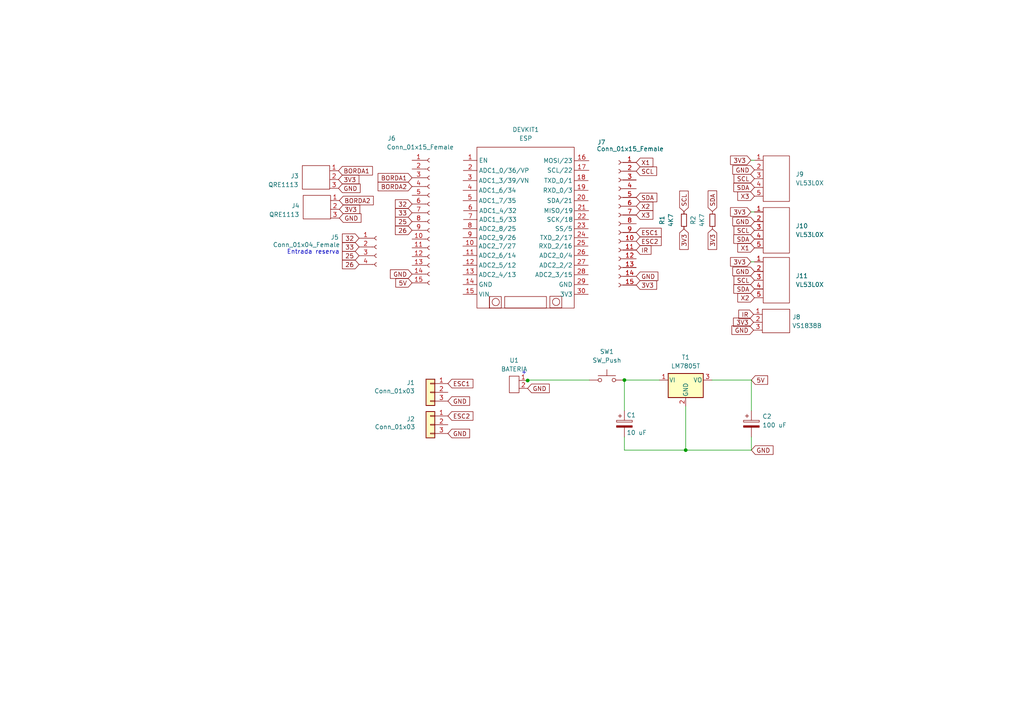
<source format=kicad_sch>
(kicad_sch (version 20211123) (generator eeschema)
  (paper "A4")
  (lib_symbols
    (symbol "BATERIA_1"
      (property "Reference" "U" (at -3.7084 4.4704 0))
      (property "Value" "BATERIA_1" (at -3.8608 2.6924 0))
      (symbol "BATERIA_1_0_1"
        (rectangle (start -5.3086 1.524) (end -2.4892 -3.302))
      )
      (symbol "BATERIA_1_1_1"
        (pin output line (at 0 0.254 180) (length 2.5) (name "") (number "1"))
        (pin output line (at 0 -2.032 180) (length 2.5) (name "") (number "2"))
      )
    )
    (symbol "Connector:Conn_01x04_Female" (pin_names (offset 1.016) hide)
      (property "Reference" "J" (at 0 5.08 0))
      (property "Value" "Conn_01x04_Female" (at 0 -7.62 0))
      (symbol "Conn_01x04_Female_1_1"
        (arc (start 0 -4.572) (mid -0.508 -5.08) (end 0 -5.588) (stroke (width 0.1524)))
        (arc (start 0 -2.032) (mid -0.508 -2.54) (end 0 -3.048) (stroke (width 0.1524)))
        (polyline (pts (xy -1.27 -5.08) (xy -0.508 -5.08)) (stroke (width 0.1524)))
        (polyline (pts (xy -1.27 -2.54) (xy -0.508 -2.54)) (stroke (width 0.1524)))
        (polyline (pts (xy -1.27 0) (xy -0.508 0)) (stroke (width 0.1524)))
        (polyline (pts (xy -1.27 2.54) (xy -0.508 2.54)) (stroke (width 0.1524)))
        (arc (start 0 0.508) (mid -0.508 0) (end 0 -0.508) (stroke (width 0.1524)))
        (arc (start 0 3.048) (mid -0.508 2.54) (end 0 2.032) (stroke (width 0.1524)))
        (pin passive line (at -5.08 2.54 0) (length 3.81) (name "Pin_1") (number "1"))
        (pin passive line (at -5.08 0 0) (length 3.81) (name "Pin_2") (number "2"))
        (pin passive line (at -5.08 -2.54 0) (length 3.81) (name "Pin_3") (number "3"))
        (pin passive line (at -5.08 -5.08 0) (length 3.81) (name "Pin_4") (number "4"))
      )
    )
    (symbol "Connector:Conn_01x15_Female" (pin_names (offset 1.016) hide)
      (property "Reference" "J" (at 0 20.32 0))
      (property "Value" "Conn_01x15_Female" (at 0 -20.32 0))
      (symbol "Conn_01x15_Female_1_1"
        (arc (start 0 -17.272) (mid -0.508 -17.78) (end 0 -18.288) (stroke (width 0.1524)))
        (arc (start 0 -14.732) (mid -0.508 -15.24) (end 0 -15.748) (stroke (width 0.1524)))
        (arc (start 0 -12.192) (mid -0.508 -12.7) (end 0 -13.208) (stroke (width 0.1524)))
        (arc (start 0 -9.652) (mid -0.508 -10.16) (end 0 -10.668) (stroke (width 0.1524)))
        (arc (start 0 -7.112) (mid -0.508 -7.62) (end 0 -8.128) (stroke (width 0.1524)))
        (arc (start 0 -4.572) (mid -0.508 -5.08) (end 0 -5.588) (stroke (width 0.1524)))
        (arc (start 0 -2.032) (mid -0.508 -2.54) (end 0 -3.048) (stroke (width 0.1524)))
        (polyline (pts (xy -1.27 -17.78) (xy -0.508 -17.78)) (stroke (width 0.1524)))
        (polyline (pts (xy -1.27 -15.24) (xy -0.508 -15.24)) (stroke (width 0.1524)))
        (polyline (pts (xy -1.27 -12.7) (xy -0.508 -12.7)) (stroke (width 0.1524)))
        (polyline (pts (xy -1.27 -10.16) (xy -0.508 -10.16)) (stroke (width 0.1524)))
        (polyline (pts (xy -1.27 -7.62) (xy -0.508 -7.62)) (stroke (width 0.1524)))
        (polyline (pts (xy -1.27 -5.08) (xy -0.508 -5.08)) (stroke (width 0.1524)))
        (polyline (pts (xy -1.27 -2.54) (xy -0.508 -2.54)) (stroke (width 0.1524)))
        (polyline (pts (xy -1.27 0) (xy -0.508 0)) (stroke (width 0.1524)))
        (polyline (pts (xy -1.27 2.54) (xy -0.508 2.54)) (stroke (width 0.1524)))
        (polyline (pts (xy -1.27 5.08) (xy -0.508 5.08)) (stroke (width 0.1524)))
        (polyline (pts (xy -1.27 7.62) (xy -0.508 7.62)) (stroke (width 0.1524)))
        (polyline (pts (xy -1.27 10.16) (xy -0.508 10.16)) (stroke (width 0.1524)))
        (polyline (pts (xy -1.27 12.7) (xy -0.508 12.7)) (stroke (width 0.1524)))
        (polyline (pts (xy -1.27 15.24) (xy -0.508 15.24)) (stroke (width 0.1524)))
        (polyline (pts (xy -1.27 17.78) (xy -0.508 17.78)) (stroke (width 0.1524)))
        (arc (start 0 0.508) (mid -0.508 0) (end 0 -0.508) (stroke (width 0.1524)))
        (arc (start 0 3.048) (mid -0.508 2.54) (end 0 2.032) (stroke (width 0.1524)))
        (arc (start 0 5.588) (mid -0.508 5.08) (end 0 4.572) (stroke (width 0.1524)))
        (arc (start 0 8.128) (mid -0.508 7.62) (end 0 7.112) (stroke (width 0.1524)))
        (arc (start 0 10.668) (mid -0.508 10.16) (end 0 9.652) (stroke (width 0.1524)))
        (arc (start 0 13.208) (mid -0.508 12.7) (end 0 12.192) (stroke (width 0.1524)))
        (arc (start 0 15.748) (mid -0.508 15.24) (end 0 14.732) (stroke (width 0.1524)))
        (arc (start 0 18.288) (mid -0.508 17.78) (end 0 17.272) (stroke (width 0.1524)))
        (pin passive line (at -5.08 17.78 0) (length 3.81) (name "Pin_1") (number "1"))
        (pin passive line (at -5.08 -5.08 0) (length 3.81) (name "Pin_10") (number "10"))
        (pin passive line (at -5.08 -7.62 0) (length 3.81) (name "Pin_11") (number "11"))
        (pin passive line (at -5.08 -10.16 0) (length 3.81) (name "Pin_12") (number "12"))
        (pin passive line (at -5.08 -12.7 0) (length 3.81) (name "Pin_13") (number "13"))
        (pin passive line (at -5.08 -15.24 0) (length 3.81) (name "Pin_14") (number "14"))
        (pin passive line (at -5.08 -17.78 0) (length 3.81) (name "Pin_15") (number "15"))
        (pin passive line (at -5.08 15.24 0) (length 3.81) (name "Pin_2") (number "2"))
        (pin passive line (at -5.08 12.7 0) (length 3.81) (name "Pin_3") (number "3"))
        (pin passive line (at -5.08 10.16 0) (length 3.81) (name "Pin_4") (number "4"))
        (pin passive line (at -5.08 7.62 0) (length 3.81) (name "Pin_5") (number "5"))
        (pin passive line (at -5.08 5.08 0) (length 3.81) (name "Pin_6") (number "6"))
        (pin passive line (at -5.08 2.54 0) (length 3.81) (name "Pin_7") (number "7"))
        (pin passive line (at -5.08 0 0) (length 3.81) (name "Pin_8") (number "8"))
        (pin passive line (at -5.08 -2.54 0) (length 3.81) (name "Pin_9") (number "9"))
      )
    )
    (symbol "Connector_Generic:Conn_01x03" (pin_names (offset 1.016) hide)
      (property "Reference" "J" (at 0 5.08 0))
      (property "Value" "Conn_01x03" (at 0 -5.08 0))
      (symbol "Conn_01x03_1_1"
        (rectangle (start -1.27 -2.413) (end 0 -2.667) (stroke (width 0.1524)))
        (rectangle (start -1.27 0.127) (end 0 -0.127) (stroke (width 0.1524)))
        (rectangle (start -1.27 2.667) (end 0 2.413) (stroke (width 0.1524)))
        (rectangle (start -1.27 3.81) (end 1.27 -3.81) (stroke (width 0.254)) (fill (type background)))
        (pin passive line (at -5.08 2.54 0) (length 3.81) (name "Pin_1") (number "1"))
        (pin passive line (at -5.08 0 0) (length 3.81) (name "Pin_2") (number "2"))
        (pin passive line (at -5.08 -2.54 0) (length 3.81) (name "Pin_3") (number "3"))
      )
    )
    (symbol "Device:C_Polarized" (pin_numbers hide) (pin_names (offset 0.254))
      (property "Reference" "C" (at 0.635 2.54 0))
      (property "Value" "C_Polarized" (at 0.635 -2.54 0))
      (symbol "C_Polarized_0_1"
        (rectangle (start -2.286 0.508) (end 2.286 1.016))
        (polyline (pts (xy -1.778 2.286) (xy -0.762 2.286)))
        (polyline (pts (xy -1.27 2.794) (xy -1.27 1.778)))
        (rectangle (start 2.286 -0.508) (end -2.286 -1.016) (fill (type outline)))
      )
      (symbol "C_Polarized_1_1"
        (pin passive line (at 0 3.81 270) (length 2.794) (name "~") (number "1"))
        (pin passive line (at 0 -3.81 90) (length 2.794) (name "~") (number "2"))
      )
    )
    (symbol "Device:R_Small" (pin_numbers hide) (pin_names (offset 0.254) hide)
      (property "Reference" "R" (at 0.762 0.508 0))
      (property "Value" "R_Small" (at 0.762 -1.016 0))
      (symbol "R_Small_0_1"
        (rectangle (start -0.762 1.778) (end 0.762 -1.778) (stroke (width 0.2032)))
      )
      (symbol "R_Small_1_1"
        (pin passive line (at 0 2.54 270) (length 0.762) (name "~") (number "1"))
        (pin passive line (at 0 -2.54 90) (length 0.762) (name "~") (number "2"))
      )
    )
    (symbol "New_Library:VL53L0X"
      (property "Reference" "J" (at -0.127 2.032 0))
      (property "Value" "VL53L0X" (at -0.0254 0.1524 0))
      (symbol "VL53L0X_0_1"
        (rectangle (start -3.81 -1.016) (end 3.81 -14.224))
      )
      (symbol "VL53L0X_1_1"
        (pin output line (at -6.35 -2.286 0) (length 2.54) (name "") (number "1"))
        (pin output line (at -6.35 -5.08 0) (length 2.54) (name "") (number "2"))
        (pin output line (at -6.35 -7.62 0) (length 2.54) (name "") (number "3"))
        (pin output line (at -6.35 -10.16 0) (length 2.54) (name "") (number "4"))
        (pin output line (at -6.35 -12.7 0) (length 2.54) (name "") (number "5"))
      )
    )
    (symbol "QRE1113*_1"
      (property "Reference" "J" (at 6.1722 6.7818 0))
      (property "Value" "QRE1113*_1" (at 6.35 4.8514 0))
      (symbol "QRE1113*_1_0_1"
        (rectangle (start 2.54 3.7846) (end 10.4902 -3.048))
      )
      (symbol "QRE1113*_1_1_1"
        (pin output line (at 0 2.286 0) (length 2.54) (name "") (number "1"))
        (pin output line (at 0 -0.254 0) (length 2.54) (name "") (number "2"))
        (pin output line (at 0 -2.794 0) (length 2.54) (name "") (number "3"))
      )
    )
    (symbol "Regulator_Linear:LM7805_TO220" (pin_names (offset 0.254))
      (property "Reference" "U" (at -3.81 3.175 0))
      (property "Value" "LM7805_TO220" (at 0 3.175 0))
      (symbol "LM7805_TO220_0_1"
        (rectangle (start -5.08 1.905) (end 5.08 -5.08) (stroke (width 0.254)) (fill (type background)))
      )
      (symbol "LM7805_TO220_1_1"
        (pin power_in line (at -7.62 0 0) (length 2.54) (name "VI") (number "1"))
        (pin power_in line (at 0 -7.62 90) (length 2.54) (name "GND") (number "2"))
        (pin power_out line (at 7.62 0 180) (length 2.54) (name "VO") (number "3"))
      )
    )
    (symbol "Switch:SW_Push" (pin_numbers hide) (pin_names (offset 1.016) hide)
      (property "Reference" "SW" (at 1.27 2.54 0))
      (property "Value" "SW_Push" (at 0 -1.524 0))
      (symbol "SW_Push_0_1"
        (circle (center -2.032 0) (radius 0.508))
        (polyline (pts (xy 0 1.27) (xy 0 3.048)))
        (polyline (pts (xy 2.54 1.27) (xy -2.54 1.27)))
        (circle (center 2.032 0) (radius 0.508))
        (pin passive line (at -5.08 0 0) (length 2.54) (name "1") (number "1"))
        (pin passive line (at 5.08 0 180) (length 2.54) (name "2") (number "2"))
      )
    )
    (symbol "VS1838B_1"
      (property "Reference" "J" (at 6.1722 6.7818 0))
      (property "Value" "VS1838B_1" (at 6.35 4.8514 0))
      (symbol "VS1838B_1_0_1"
        (rectangle (start 2.54 3.7846) (end 10.4902 -3.048))
      )
      (symbol "VS1838B_1_1_1"
        (pin output line (at 0 2.286 0) (length 2.54) (name "") (number "1"))
        (pin output line (at 0 0 0) (length 2.54) (name "") (number "2"))
        (pin output line (at 0 -2.286 0) (length 2.54) (name "") (number "3"))
      )
    )
    (symbol "esp:ESP"
      (property "Reference" "DEVKIT" (at -17.5514 8.3058 0))
      (property "Value" "ESP" (at -17.5514 5.9436 0))
      (symbol "ESP_0_1"
        (rectangle (start -32.4866 3.9116) (end -4.2672 -42.7482))
        (rectangle (start -28.8798 -39.3954) (end -25.4254 -42.7482))
        (rectangle (start -28.829 -42.799) (end -28.829 -39.3954))
        (circle (center -27.0256 -40.9956) (radius 1.0635))
        (rectangle (start -24.4348 -42.7482) (end -12.319 -39.3954))
        (rectangle (start -11.3284 -39.3192) (end -7.874 -42.672))
        (circle (center -9.525 -40.9448) (radius 1.0635))
      )
      (symbol "ESP_1_1"
        (pin output line (at -36.449 0.0762 0) (length 4) (name "EN") (number "1"))
        (pin output line (at -36.576 -24.765 0) (length 4) (name "ADC2_7/27") (number "10"))
        (pin output line (at -36.5252 -27.4828 0) (length 4) (name "ADC2_6/14") (number "11"))
        (pin output line (at -36.5252 -30.3276 0) (length 4) (name "ADC2_5/12") (number "12"))
        (pin output line (at -36.5252 -33.0708 0) (length 4) (name "ADC2_4/13") (number "13"))
        (pin output line (at -36.5252 -35.9156 0) (length 4) (name "GND") (number "14"))
        (pin output line (at -36.5252 -38.7604 0) (length 4) (name "VIN") (number "15"))
        (pin output line (at 0 0 180) (length 4.2) (name "MOSI/23") (number "16"))
        (pin output line (at 0 -2.794 180) (length 4.2) (name "SCL/22") (number "17"))
        (pin output line (at -0.2032 -5.7658 180) (length 4) (name "TXD_0/1") (number "18"))
        (pin output line (at -0.2032 -8.6106 180) (length 4) (name "RXD_0/3") (number "19"))
        (pin output line (at -36.449 -2.8448 0) (length 4) (name "ADC1_0/36/VP") (number "2"))
        (pin output line (at -0.2032 -11.5824 180) (length 4) (name "SDA/21") (number "20"))
        (pin output line (at -0.0762 -14.5034 180) (length 4) (name "MISO/19") (number "21"))
        (pin output line (at -0.0762 -17.0688 180) (length 4) (name "SCK/18") (number "22"))
        (pin output line (at -0.2032 -19.7358 180) (length 4) (name "SS/5") (number "23"))
        (pin output line (at -0.2032 -22.3266 180) (length 4) (name "TXD_2/17") (number "24"))
        (pin output line (at -0.254 -24.765 180) (length 4) (name "RXD_2/16") (number "25"))
        (pin output line (at -0.2032 -27.4828 180) (length 4) (name "ADC2_0/4") (number "26"))
        (pin output line (at -0.2032 -30.3276 180) (length 4) (name "ADC2_2/2") (number "27"))
        (pin output line (at -0.2032 -33.0708 180) (length 4) (name "ADC2_3/15") (number "28"))
        (pin output line (at -0.2032 -35.9156 180) (length 4) (name "GND") (number "29"))
        (pin output line (at -36.5252 -5.7658 0) (length 4) (name "ADC1_3/39/VN") (number "3"))
        (pin output line (at -0.2032 -38.7604 180) (length 4) (name "3V3") (number "30"))
        (pin output line (at -36.5252 -8.6106 0) (length 4) (name "ADC1_6/34") (number "4"))
        (pin output line (at -36.5252 -11.5824 0) (length 4) (name "ADC1_7/35") (number "5"))
        (pin output line (at -36.3982 -14.5034 0) (length 4) (name "ADC1_4/32") (number "6"))
        (pin output line (at -36.3982 -17.0688 0) (length 4) (name "ADC1_5/33") (number "7"))
        (pin output line (at -36.5252 -19.7358 0) (length 4) (name "ADC2_8/25") (number "8"))
        (pin output line (at -36.5252 -22.3266 0) (length 4) (name "ADC2_9/26") (number "9"))
      )
    )
  )
  (junction (at 181.102 110.236))
  (junction (at 153.035 110.363))
  (junction (at 198.882 130.556))
  (wire (pts (xy 217.932 110.236) (xy 217.932 119.126)))
  (wire (pts (xy 181.102 130.556) (xy 181.102 126.746)))
  (wire (pts (xy 181.102 110.236) (xy 181.102 119.126)))
  (wire (pts (xy 217.805 46.482) (xy 218.821 46.482)))
  (wire (pts (xy 198.882 130.556) (xy 217.932 130.556)))
  (wire (pts (xy 198.882 117.856) (xy 198.882 130.556)))
  (wire (pts (xy 181.102 130.556) (xy 198.882 130.556)))
  (wire (pts (xy 170.942 110.236) (xy 153.035 110.236)))
  (wire (pts (xy 217.805 75.946) (xy 218.821 75.946)))
  (wire (pts (xy 181.102 110.236) (xy 191.262 110.236)))
  (wire (pts (xy 206.502 110.236) (xy 217.932 110.236)))
  (wire (pts (xy 217.932 126.746) (xy 217.932 130.556)))
  (wire (pts (xy 217.805 61.468) (xy 218.821 61.468)))
  (wire (pts (xy 153.035 110.236) (xy 153.035 110.363)))
  (text "+" (at 151.13 108.839 0) (effects (font (size 1.27 1.27)) (justify left bottom)))
  (text "Entrada reserva" (at 83.185 73.914 0) (effects (font (size 1.27 1.27)) (justify left bottom)))
  (global_label "SCL" (shape input) (at 218.821 81.28 180) (property "Intersheet References" "${INTERSHEET_REFS}" (effects hide)))
  (global_label "3V3" (shape input) (at 98.425 60.706 0) (property "Intersheet References" "${INTERSHEET_REFS}" (effects hide)))
  (global_label "33" (shape input) (at 119.507 61.722 180) (property "Intersheet References" "${INTERSHEET_REFS}" (effects hide)))
  (global_label "GND" (shape input) (at 184.531 80.137 0) (property "Intersheet References" "${INTERSHEET_REFS}" (effects hide)))
  (global_label "GND" (shape input) (at 98.171 54.61 0) (property "Intersheet References" "${INTERSHEET_REFS}" (effects hide)))
  (global_label "SCL" (shape input) (at 198.374 61.341 90) (property "Intersheet References" "${INTERSHEET_REFS}" (effects hide)))
  (global_label "X3" (shape input) (at 184.531 62.357 0) (property "Intersheet References" "${INTERSHEET_REFS}" (effects hide)))
  (global_label "25" (shape input) (at 119.507 64.262 180) (property "Intersheet References" "${INTERSHEET_REFS}" (effects hide)))
  (global_label "X3" (shape input) (at 218.821 56.896 180) (property "Intersheet References" "${INTERSHEET_REFS}" (effects hide)))
  (global_label "X1" (shape input) (at 218.821 71.882 180) (property "Intersheet References" "${INTERSHEET_REFS}" (effects hide)))
  (global_label "26" (shape input) (at 119.507 66.802 180) (property "Intersheet References" "${INTERSHEET_REFS}" (effects hide)))
  (global_label "SDA" (shape input) (at 184.531 57.277 0) (property "Intersheet References" "${INTERSHEET_REFS}" (effects hide)))
  (global_label "GND" (shape input) (at 129.921 125.73 0) (property "Intersheet References" "${INTERSHEET_REFS}" (effects hide)))
  (global_label "GND" (shape input) (at 119.507 79.502 180) (property "Intersheet References" "${INTERSHEET_REFS}" (effects hide)))
  (global_label "3V3" (shape input) (at 217.805 75.946 180) (property "Intersheet References" "${INTERSHEET_REFS}" (effects hide)))
  (global_label "26" (shape input) (at 104.14 76.708 180) (property "Intersheet References" "${INTERSHEET_REFS}" (effects hide)))
  (global_label "SCL" (shape input) (at 218.821 66.802 180) (property "Intersheet References" "${INTERSHEET_REFS}" (effects hide)))
  (global_label "5V" (shape input) (at 217.932 110.236 0) (property "Intersheet References" "${INTERSHEET_REFS}" (effects hide)))
  (global_label "3V3" (shape input) (at 217.805 46.482 180) (property "Intersheet References" "${INTERSHEET_REFS}" (effects hide)))
  (global_label "3V3" (shape input) (at 98.171 52.07 0) (property "Intersheet References" "${INTERSHEET_REFS}" (effects hide)))
  (global_label "ESC1" (shape input) (at 184.531 67.437 0) (property "Intersheet References" "${INTERSHEET_REFS}" (effects hide)))
  (global_label "3V3" (shape input) (at 184.531 82.677 0) (property "Intersheet References" "${INTERSHEET_REFS}" (effects hide)))
  (global_label "GND" (shape input) (at 129.921 116.332 0) (property "Intersheet References" "${INTERSHEET_REFS}" (effects hide)))
  (global_label "25" (shape input) (at 104.14 74.168 180) (property "Intersheet References" "${INTERSHEET_REFS}" (effects hide)))
  (global_label "32" (shape input) (at 119.507 59.182 180) (property "Intersheet References" "${INTERSHEET_REFS}" (effects hide)))
  (global_label "X2" (shape input) (at 184.531 59.817 0) (property "Intersheet References" "${INTERSHEET_REFS}" (effects hide)))
  (global_label "IR" (shape input) (at 184.531 72.517 0) (property "Intersheet References" "${INTERSHEET_REFS}" (effects hide)))
  (global_label "X2" (shape input) (at 218.821 86.36 180) (property "Intersheet References" "${INTERSHEET_REFS}" (effects hide)))
  (global_label "ESC1" (shape input) (at 129.921 111.252 0) (property "Intersheet References" "${INTERSHEET_REFS}" (effects hide)))
  (global_label "GND" (shape input) (at 153.035 112.649 0) (property "Intersheet References" "${INTERSHEET_REFS}" (effects hide)))
  (global_label "GND" (shape input) (at 98.425 63.246 0) (property "Intersheet References" "${INTERSHEET_REFS}" (effects hide)))
  (global_label "3V3" (shape input) (at 206.629 66.421 270) (property "Intersheet References" "${INTERSHEET_REFS}" (effects hide)))
  (global_label "ESC2" (shape input) (at 184.531 69.977 0) (property "Intersheet References" "${INTERSHEET_REFS}" (effects hide)))
  (global_label "GND" (shape input) (at 218.567 95.758 180) (property "Intersheet References" "${INTERSHEET_REFS}" (effects hide)))
  (global_label "33" (shape input) (at 104.14 71.628 180) (property "Intersheet References" "${INTERSHEET_REFS}" (effects hide)))
  (global_label "SDA" (shape input) (at 218.821 69.342 180) (property "Intersheet References" "${INTERSHEET_REFS}" (effects hide)))
  (global_label "3V3" (shape input) (at 198.374 66.421 270) (property "Intersheet References" "${INTERSHEET_REFS}" (effects hide)))
  (global_label "IR" (shape input) (at 218.567 91.186 180) (property "Intersheet References" "${INTERSHEET_REFS}" (effects hide)))
  (global_label "SCL" (shape input) (at 218.821 51.816 180) (property "Intersheet References" "${INTERSHEET_REFS}" (effects hide)))
  (global_label "BORDA1" (shape input) (at 119.507 51.562 180) (property "Intersheet References" "${INTERSHEET_REFS}" (effects hide)))
  (global_label "BORDA2" (shape input) (at 119.507 54.102 180) (property "Intersheet References" "${INTERSHEET_REFS}" (effects hide)))
  (global_label "BORDA2" (shape input) (at 98.425 58.166 0) (property "Intersheet References" "${INTERSHEET_REFS}" (effects hide)))
  (global_label "SDA" (shape input) (at 218.821 54.356 180) (property "Intersheet References" "${INTERSHEET_REFS}" (effects hide)))
  (global_label "5V" (shape input) (at 119.507 82.042 180) (property "Intersheet References" "${INTERSHEET_REFS}" (effects hide)))
  (global_label "ESC2" (shape input) (at 129.921 120.65 0) (property "Intersheet References" "${INTERSHEET_REFS}" (effects hide)))
  (global_label "3V3" (shape input) (at 218.567 93.472 180) (effects (font (size 1.25 1.25))) (property "Intersheet References" "${INTERSHEET_REFS}" (effects hide)))
  (global_label "GND" (shape input) (at 217.932 130.556 0) (property "Intersheet References" "${INTERSHEET_REFS}" (effects hide)))
  (global_label "BORDA1" (shape input) (at 98.171 49.53 0) (property "Intersheet References" "${INTERSHEET_REFS}" (effects hide)))
  (global_label "GND" (shape input) (at 218.821 78.74 180) (property "Intersheet References" "${INTERSHEET_REFS}" (effects hide)))
  (global_label "32" (shape input) (at 104.14 69.088 180) (property "Intersheet References" "${INTERSHEET_REFS}" (effects hide)))
  (global_label "SDA" (shape input) (at 206.629 61.341 90) (property "Intersheet References" "${INTERSHEET_REFS}" (effects hide)))
  (global_label "SCL" (shape input) (at 184.531 49.657 0) (property "Intersheet References" "${INTERSHEET_REFS}" (effects hide)))
  (global_label "GND" (shape input) (at 218.821 49.276 180) (property "Intersheet References" "${INTERSHEET_REFS}" (effects hide)))
  (global_label "GND" (shape input) (at 218.821 64.262 180) (property "Intersheet References" "${INTERSHEET_REFS}" (effects hide)))
  (global_label "X1" (shape input) (at 184.531 47.117 0) (property "Intersheet References" "${INTERSHEET_REFS}" (effects hide)))
  (global_label "SDA" (shape input) (at 218.821 83.82 180) (property "Intersheet References" "${INTERSHEET_REFS}" (effects hide)))
  (global_label "3V3" (shape input) (at 217.805 61.468 180) (property "Intersheet References" "${INTERSHEET_REFS}" (effects hide)))
  (symbol (lib_id "Connector:Conn_01x04_Female") (at 109.22 71.628 0) (unit 1)
    (property "Reference" "J5" (at 95.885 68.834 0) (effects (justify left)))
    (property "Value" "Conn_01x04_Female" (at 79.121 70.993 0) (effects (justify left)))
    (property "Footprint" "Connector_PinSocket_2.54mm:PinSocket_1x04_P2.54mm_Vertical" (effects hide))
  )
  (symbol (lib_id "Connector:Conn_01x15_Female") (at 179.451 64.897 0) (mirror y) (unit 1)
    (property "Reference" "J7" (at 175.641 41.275 0) (effects (justify left)))
    (property "Value" "Conn_01x15_Female" (at 192.532 43.18 0) (effects (justify left)))
    (property "Footprint" "Connector_PinSocket_2.54mm:PinSocket_1x15_P2.54mm_Vertical" (effects hide))
  )
  (symbol (lib_id "Regulator_Linear:LM7805_TO220") (at 198.882 110.236 0) (unit 1)
    (property "Reference" "T1" (at 198.882 103.632 0))
    (property "Value" "LM7805T" (at 198.882 106.172 0))
    (property "Footprint" "Package_TO_SOT_THT:TO-220-3_Vertical" (effects hide))
    (property "Datasheet" "https://www.onsemi.cn/PowerSolutions/document/MC7800-D.PDF" (effects hide))
  )
  (symbol (lib_id "New_Library:VL53L0X") (at 225.171 73.66 0) (unit 1)
    (property "Reference" "J11" (at 230.759 80.0099 0) (effects (justify left)))
    (property "Value" "VL53L0X" (at 230.759 82.5499 0) (effects (justify left)))
    (property "Footprint" "Connector_JST:JST_XH_S5B-XH-A_1x05_P2.50mm_Horizontal" (effects hide))
  )
  (symbol (lib_name "QRE1113*_1") (lib_id "New_Library:QRE1113*") (at 98.171 51.816 0) (mirror y) (unit 1)
    (property "Reference" "J3" (at 85.471 51.054 0))
    (property "Value" "QRE1113" (at 82.169 53.594 0))
    (property "Footprint" "Connector_JST:JST_XH_S3B-XH-A_1x03_P2.50mm_Horizontal" (effects hide))
  )
  (symbol (lib_id "Device:C_Polarized") (at 181.102 122.936 0) (unit 1)
    (property "Reference" "C1" (at 181.737 120.396 0) (effects (justify left)))
    (property "Value" "10 uF" (at 181.737 125.476 0) (effects (justify left)))
    (property "Footprint" "Capacitor_THT:CP_Radial_D5.0mm_P2.50mm" (effects hide))
  )
  (symbol (lib_id "New_Library:VL53L0X") (at 225.171 44.196 0) (unit 1)
    (property "Reference" "J9" (at 230.759 50.5459 0) (effects (justify left)))
    (property "Value" "VL53L0X" (at 230.759 53.0859 0) (effects (justify left)))
    (property "Footprint" "Connector_JST:JST_XH_S5B-XH-A_1x05_P2.50mm_Horizontal" (effects hide))
  )
  (symbol (lib_id "Switch:SW_Push") (at 176.022 110.236 0) (unit 1)
    (property "Reference" "SW1" (at 176.022 101.981 0))
    (property "Value" "SW_Push" (at 176.022 104.521 0))
    (property "Footprint" "Button_Switch_THT:Nidec_Copal_SH-7010C" (effects hide))
  )
  (symbol (lib_id "Connector:Conn_01x15_Female") (at 124.587 64.262 0) (unit 1)
    (property "Reference" "J6" (at 112.395 40.132 0) (effects (justify left)))
    (property "Value" "Conn_01x15_Female" (at 112.141 42.672 0) (effects (justify left)))
    (property "Footprint" "Connector_PinSocket_2.54mm:PinSocket_1x15_P2.54mm_Vertical" (effects hide))
  )
  (symbol (lib_id "esp:ESP") (at 170.815 46.609 0) (unit 1)
    (property "Reference" "DEVKIT1" (at 152.4889 37.592 0))
    (property "Value" "ESP" (at 152.4889 40.132 0))
  )
  (symbol (lib_id "Device:R_Small") (at 198.374 63.881 180) (unit 1)
    (property "Reference" "R1" (at 192.024 63.881 90))
    (property "Value" "4K7" (at 194.564 63.881 90))
    (property "Footprint" "Resistor_THT:R_Axial_DIN0207_L6.3mm_D2.5mm_P10.16mm_Horizontal" (effects hide))
  )
  (symbol (lib_name "VS1838B_1") (lib_id "New_Library:VS1838B") (at 218.567 93.472 0) (unit 1)
    (property "Reference" "J8" (at 231.013 91.948 0))
    (property "Value" "VS1838B" (at 234.061 94.488 0))
    (property "Footprint" "Connector_JST:JST_XH_S3B-XH-A_1x03_P2.50mm_Horizontal" (effects hide))
  )
  (symbol (lib_name "BATERIA_1") (lib_id "New_Library:BATERIA") (at 153.035 110.617 0) (unit 1)
    (property "Reference" "U1" (at 149.1361 104.521 0))
    (property "Value" "BATERIA" (at 149.1361 107.061 0))
    (property "Footprint" "Connector_JST:JST_XH_S2B-XH-A_1x02_P2.50mm_Horizontal" (effects hide))
  )
  (symbol (lib_id "Device:C_Polarized") (at 217.932 122.936 0) (unit 1)
    (property "Reference" "C2" (at 221.107 120.7769 0) (effects (justify left)))
    (property "Value" "100 uF" (at 221.107 123.3169 0) (effects (justify left)))
    (property "Footprint" "Capacitor_THT:CP_Radial_D6.3mm_P2.50mm" (effects hide))
  )
  (symbol (lib_id "Device:R_Small") (at 206.629 63.881 180) (unit 1)
    (property "Reference" "R2" (at 201.041 63.881 90))
    (property "Value" "4K7" (at 203.581 63.881 90))
    (property "Footprint" "Resistor_THT:R_Axial_DIN0207_L6.3mm_D2.5mm_P10.16mm_Horizontal" (effects hide))
  )
  (symbol (lib_id "Connector_Generic:Conn_01x03") (at 124.841 123.19 0) (mirror y) (unit 1)
    (property "Reference" "J2" (at 119.126 121.539 0))
    (property "Value" "Conn_01x03" (at 114.554 123.825 0))
    (property "Footprint" "Connector_JST:JST_XH_S3B-XH-A_1x03_P2.50mm_Horizontal" (effects hide))
  )
  (symbol (lib_name "QRE1113*_1") (lib_id "New_Library:QRE1113*") (at 98.425 60.452 0) (mirror y) (unit 1)
    (property "Reference" "J4" (at 85.725 59.69 0))
    (property "Value" "QRE1113" (at 82.423 62.23 0))
    (property "Footprint" "Connector_JST:JST_XH_S3B-XH-A_1x03_P2.50mm_Horizontal" (effects hide))
  )
  (symbol (lib_id "New_Library:VL53L0X") (at 225.171 59.182 0) (unit 1)
    (property "Reference" "J10" (at 230.759 65.5319 0) (effects (justify left)))
    (property "Value" "VL53L0X" (at 230.759 68.0719 0) (effects (justify left)))
    (property "Footprint" "Connector_JST:JST_XH_S5B-XH-A_1x05_P2.50mm_Horizontal" (effects hide))
  )
  (symbol (lib_id "Connector_Generic:Conn_01x03") (at 124.841 113.792 0) (mirror y) (unit 1)
    (property "Reference" "J1" (at 119.126 110.998 0))
    (property "Value" "Conn_01x03" (at 114.427 113.411 0))
    (property "Footprint" "Connector_JST:JST_XH_S3B-XH-A_1x03_P2.50mm_Horizontal" (effects hide))
  )
)
</source>
